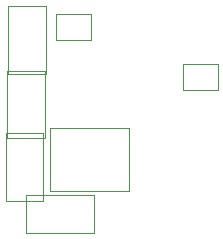
<source format=gbr>
G04 #@! TF.FileFunction,Other,User*
%FSLAX46Y46*%
G04 Gerber Fmt 4.6, Leading zero omitted, Abs format (unit mm)*
G04 Created by KiCad (PCBNEW 4.0.4-stable) date 02/09/17 23:46:16*
%MOMM*%
%LPD*%
G01*
G04 APERTURE LIST*
%ADD10C,0.100000*%
%ADD11C,0.050000*%
G04 APERTURE END LIST*
D10*
D11*
X159500000Y-75900000D02*
X162450000Y-75900000D01*
X162450000Y-75900000D02*
X162450000Y-73700000D01*
X162450000Y-73700000D02*
X159500000Y-73700000D01*
X159500000Y-73700000D02*
X159500000Y-75900000D01*
X147800000Y-74260000D02*
X147800000Y-79960000D01*
X147800000Y-79960000D02*
X144600000Y-79960000D01*
X144600000Y-79960000D02*
X144600000Y-74260000D01*
X144600000Y-74260000D02*
X147800000Y-74260000D01*
X147900000Y-68800000D02*
X147900000Y-74500000D01*
X147900000Y-74500000D02*
X144700000Y-74500000D01*
X144700000Y-74500000D02*
X144700000Y-68800000D01*
X144700000Y-68800000D02*
X147900000Y-68800000D01*
X147700000Y-79560000D02*
X147700000Y-85260000D01*
X147700000Y-85260000D02*
X144500000Y-85260000D01*
X144500000Y-85260000D02*
X144500000Y-79560000D01*
X144500000Y-79560000D02*
X147700000Y-79560000D01*
X148750000Y-71650000D02*
X151700000Y-71650000D01*
X151700000Y-71650000D02*
X151700000Y-69450000D01*
X151700000Y-69450000D02*
X148750000Y-69450000D01*
X148750000Y-69450000D02*
X148750000Y-71650000D01*
X154950000Y-84450000D02*
X148250000Y-84450000D01*
X148250000Y-84450000D02*
X148250000Y-79150000D01*
X148250000Y-79150000D02*
X154950000Y-79150000D01*
X154950000Y-79150000D02*
X154950000Y-84450000D01*
X146260000Y-84800000D02*
X151960000Y-84800000D01*
X151960000Y-84800000D02*
X151960000Y-88000000D01*
X151960000Y-88000000D02*
X146260000Y-88000000D01*
X146260000Y-88000000D02*
X146260000Y-84800000D01*
M02*

</source>
